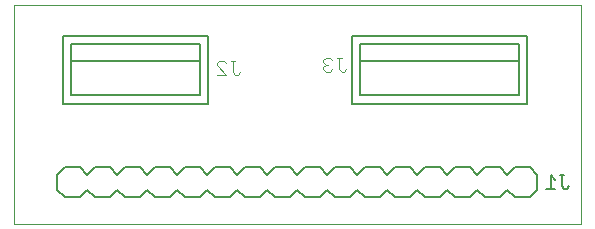
<source format=gbo>
G75*
%MOIN*%
%OFA0B0*%
%FSLAX25Y25*%
%IPPOS*%
%LPD*%
%AMOC8*
5,1,8,0,0,1.08239X$1,22.5*
%
%ADD10C,0.00000*%
%ADD11C,0.00600*%
%ADD12C,0.00500*%
%ADD13C,0.00400*%
D10*
X0001610Y0001000D02*
X0190586Y0001000D01*
X0190586Y0073835D01*
X0001610Y0073835D01*
X0001610Y0001000D01*
D11*
X0015921Y0012280D02*
X0018421Y0009780D01*
X0023421Y0009780D01*
X0025921Y0012280D01*
X0028421Y0009780D01*
X0033421Y0009780D01*
X0035921Y0012280D01*
X0038421Y0009780D01*
X0043421Y0009780D01*
X0045921Y0012280D01*
X0048421Y0009780D01*
X0053421Y0009780D01*
X0055921Y0012280D01*
X0058421Y0009780D01*
X0063421Y0009780D01*
X0065921Y0012280D01*
X0068421Y0009780D01*
X0073421Y0009780D01*
X0075921Y0012280D01*
X0078421Y0009780D01*
X0083421Y0009780D01*
X0085921Y0012280D01*
X0088421Y0009780D01*
X0093421Y0009780D01*
X0095921Y0012280D01*
X0098421Y0009780D01*
X0103421Y0009780D01*
X0105921Y0012280D01*
X0108421Y0009780D01*
X0113421Y0009780D01*
X0115921Y0012280D01*
X0118421Y0009780D01*
X0123421Y0009780D01*
X0125921Y0012280D01*
X0128421Y0009780D01*
X0133421Y0009780D01*
X0135921Y0012280D01*
X0138421Y0009780D01*
X0143421Y0009780D01*
X0145921Y0012280D01*
X0148421Y0009780D01*
X0153421Y0009780D01*
X0155921Y0012280D01*
X0158421Y0009780D01*
X0163421Y0009780D01*
X0165921Y0012280D01*
X0168421Y0009780D01*
X0173421Y0009780D01*
X0175921Y0012280D01*
X0175921Y0017280D01*
X0173421Y0019780D01*
X0168421Y0019780D01*
X0165921Y0017280D01*
X0163421Y0019780D01*
X0158421Y0019780D01*
X0155921Y0017280D01*
X0153421Y0019780D01*
X0148421Y0019780D01*
X0145921Y0017280D01*
X0143421Y0019780D01*
X0138421Y0019780D01*
X0135921Y0017280D01*
X0133421Y0019780D01*
X0128421Y0019780D01*
X0125921Y0017280D01*
X0123421Y0019780D01*
X0118421Y0019780D01*
X0115921Y0017280D01*
X0113421Y0019780D01*
X0108421Y0019780D01*
X0105921Y0017280D01*
X0103421Y0019780D01*
X0098421Y0019780D01*
X0095921Y0017280D01*
X0093421Y0019780D01*
X0088421Y0019780D01*
X0085921Y0017280D01*
X0083421Y0019780D01*
X0078421Y0019780D01*
X0075921Y0017280D01*
X0073421Y0019780D01*
X0068421Y0019780D01*
X0065921Y0017280D01*
X0063421Y0019780D01*
X0058421Y0019780D01*
X0055921Y0017280D01*
X0053421Y0019780D01*
X0048421Y0019780D01*
X0045921Y0017280D01*
X0043421Y0019780D01*
X0038421Y0019780D01*
X0035921Y0017280D01*
X0033421Y0019780D01*
X0028421Y0019780D01*
X0025921Y0017280D01*
X0023421Y0019780D01*
X0018421Y0019780D01*
X0015921Y0017280D01*
X0015921Y0012280D01*
D12*
X0017752Y0040961D02*
X0066177Y0040961D01*
X0066177Y0063598D01*
X0017752Y0063598D01*
X0017752Y0040961D01*
X0020468Y0043717D02*
X0063460Y0043717D01*
X0063460Y0055213D01*
X0020468Y0055213D01*
X0020468Y0043717D01*
X0020468Y0055213D02*
X0020468Y0060843D01*
X0063460Y0060843D01*
X0063460Y0055213D01*
X0114208Y0063598D02*
X0114208Y0040961D01*
X0172476Y0040961D01*
X0172476Y0063598D01*
X0114208Y0063598D01*
X0116964Y0060843D02*
X0116964Y0055213D01*
X0169720Y0055213D01*
X0169720Y0060843D01*
X0116964Y0060843D01*
X0116964Y0055213D02*
X0116964Y0043717D01*
X0169720Y0043717D01*
X0169720Y0055213D01*
X0180392Y0017175D02*
X0180392Y0012671D01*
X0178891Y0012671D02*
X0181894Y0012671D01*
X0184246Y0013422D02*
X0184996Y0012671D01*
X0185747Y0012671D01*
X0186498Y0013422D01*
X0184246Y0013422D02*
X0184246Y0017175D01*
X0184996Y0017175D02*
X0183495Y0017175D01*
X0181894Y0015674D02*
X0180392Y0017175D01*
D13*
X0112313Y0052400D02*
X0111546Y0051633D01*
X0110778Y0051633D01*
X0110011Y0052400D01*
X0110011Y0056237D01*
X0110778Y0056237D02*
X0109244Y0056237D01*
X0107709Y0055470D02*
X0106942Y0056237D01*
X0105407Y0056237D01*
X0104640Y0055470D01*
X0104640Y0054702D01*
X0105407Y0053935D01*
X0104640Y0053168D01*
X0104640Y0052400D01*
X0105407Y0051633D01*
X0106942Y0051633D01*
X0107709Y0052400D01*
X0106174Y0053935D02*
X0105407Y0053935D01*
X0076880Y0051416D02*
X0076113Y0050649D01*
X0075345Y0050649D01*
X0074578Y0051416D01*
X0074578Y0055253D01*
X0075345Y0055253D02*
X0073811Y0055253D01*
X0072276Y0054485D02*
X0071509Y0055253D01*
X0069974Y0055253D01*
X0069207Y0054485D01*
X0069207Y0053718D01*
X0072276Y0050649D01*
X0069207Y0050649D01*
M02*

</source>
